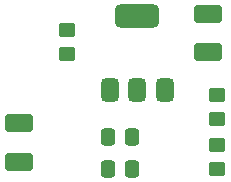
<source format=gbr>
G04 #@! TF.GenerationSoftware,KiCad,Pcbnew,8.0.5*
G04 #@! TF.CreationDate,2025-06-30T10:57:32+07:00*
G04 #@! TF.ProjectId,trackingv2,74726163-6b69-46e6-9776-322e6b696361,rev?*
G04 #@! TF.SameCoordinates,Original*
G04 #@! TF.FileFunction,Paste,Bot*
G04 #@! TF.FilePolarity,Positive*
%FSLAX46Y46*%
G04 Gerber Fmt 4.6, Leading zero omitted, Abs format (unit mm)*
G04 Created by KiCad (PCBNEW 8.0.5) date 2025-06-30 10:57:32*
%MOMM*%
%LPD*%
G01*
G04 APERTURE LIST*
G04 Aperture macros list*
%AMRoundRect*
0 Rectangle with rounded corners*
0 $1 Rounding radius*
0 $2 $3 $4 $5 $6 $7 $8 $9 X,Y pos of 4 corners*
0 Add a 4 corners polygon primitive as box body*
4,1,4,$2,$3,$4,$5,$6,$7,$8,$9,$2,$3,0*
0 Add four circle primitives for the rounded corners*
1,1,$1+$1,$2,$3*
1,1,$1+$1,$4,$5*
1,1,$1+$1,$6,$7*
1,1,$1+$1,$8,$9*
0 Add four rect primitives between the rounded corners*
20,1,$1+$1,$2,$3,$4,$5,0*
20,1,$1+$1,$4,$5,$6,$7,0*
20,1,$1+$1,$6,$7,$8,$9,0*
20,1,$1+$1,$8,$9,$2,$3,0*%
G04 Aperture macros list end*
%ADD10RoundRect,0.250001X-0.924999X0.499999X-0.924999X-0.499999X0.924999X-0.499999X0.924999X0.499999X0*%
%ADD11RoundRect,0.250000X-0.337500X-0.475000X0.337500X-0.475000X0.337500X0.475000X-0.337500X0.475000X0*%
%ADD12RoundRect,0.250000X-0.450000X0.350000X-0.450000X-0.350000X0.450000X-0.350000X0.450000X0.350000X0*%
%ADD13RoundRect,0.375000X0.375000X-0.625000X0.375000X0.625000X-0.375000X0.625000X-0.375000X-0.625000X0*%
%ADD14RoundRect,0.500000X1.400000X-0.500000X1.400000X0.500000X-1.400000X0.500000X-1.400000X-0.500000X0*%
G04 APERTURE END LIST*
D10*
X161000000Y-62875000D03*
X161000000Y-66125000D03*
D11*
X168462500Y-66750000D03*
X170537500Y-66750000D03*
D12*
X177750000Y-60500000D03*
X177750000Y-62500000D03*
D10*
X177000000Y-53625000D03*
X177000000Y-56875000D03*
D12*
X177750000Y-64750000D03*
X177750000Y-66750000D03*
X165000000Y-55000000D03*
X165000000Y-57000000D03*
D11*
X168462500Y-64000000D03*
X170537500Y-64000000D03*
D13*
X173300000Y-60050000D03*
X171000000Y-60050000D03*
D14*
X171000000Y-53750000D03*
D13*
X168700000Y-60050000D03*
M02*

</source>
